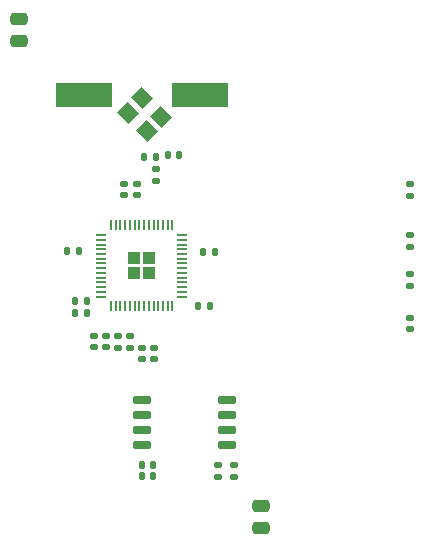
<source format=gtp>
G04 #@! TF.GenerationSoftware,KiCad,Pcbnew,(7.0.0)*
G04 #@! TF.CreationDate,2023-06-29T21:02:47+10:00*
G04 #@! TF.ProjectId,RP2040_minimal,52503230-3430-45f6-9d69-6e696d616c2e,REV1*
G04 #@! TF.SameCoordinates,Original*
G04 #@! TF.FileFunction,Paste,Top*
G04 #@! TF.FilePolarity,Positive*
%FSLAX46Y46*%
G04 Gerber Fmt 4.6, Leading zero omitted, Abs format (unit mm)*
G04 Created by KiCad (PCBNEW (7.0.0)) date 2023-06-29 21:02:47*
%MOMM*%
%LPD*%
G01*
G04 APERTURE LIST*
G04 Aperture macros list*
%AMRoundRect*
0 Rectangle with rounded corners*
0 $1 Rounding radius*
0 $2 $3 $4 $5 $6 $7 $8 $9 X,Y pos of 4 corners*
0 Add a 4 corners polygon primitive as box body*
4,1,4,$2,$3,$4,$5,$6,$7,$8,$9,$2,$3,0*
0 Add four circle primitives for the rounded corners*
1,1,$1+$1,$2,$3*
1,1,$1+$1,$4,$5*
1,1,$1+$1,$6,$7*
1,1,$1+$1,$8,$9*
0 Add four rect primitives between the rounded corners*
20,1,$1+$1,$2,$3,$4,$5,0*
20,1,$1+$1,$4,$5,$6,$7,0*
20,1,$1+$1,$6,$7,$8,$9,0*
20,1,$1+$1,$8,$9,$2,$3,0*%
%AMRotRect*
0 Rectangle, with rotation*
0 The origin of the aperture is its center*
0 $1 length*
0 $2 width*
0 $3 Rotation angle, in degrees counterclockwise*
0 Add horizontal line*
21,1,$1,$2,0,0,$3*%
G04 Aperture macros list end*
%ADD10RoundRect,0.140000X-0.140000X-0.170000X0.140000X-0.170000X0.140000X0.170000X-0.140000X0.170000X0*%
%ADD11RoundRect,0.250000X0.475000X-0.250000X0.475000X0.250000X-0.475000X0.250000X-0.475000X-0.250000X0*%
%ADD12RoundRect,0.135000X0.185000X-0.135000X0.185000X0.135000X-0.185000X0.135000X-0.185000X-0.135000X0*%
%ADD13RoundRect,0.140000X0.140000X0.170000X-0.140000X0.170000X-0.140000X-0.170000X0.140000X-0.170000X0*%
%ADD14RoundRect,0.140000X-0.170000X0.140000X-0.170000X-0.140000X0.170000X-0.140000X0.170000X0.140000X0*%
%ADD15RoundRect,0.150000X0.650000X0.150000X-0.650000X0.150000X-0.650000X-0.150000X0.650000X-0.150000X0*%
%ADD16RoundRect,0.135000X-0.185000X0.135000X-0.185000X-0.135000X0.185000X-0.135000X0.185000X0.135000X0*%
%ADD17RoundRect,0.140000X0.170000X-0.140000X0.170000X0.140000X-0.170000X0.140000X-0.170000X-0.140000X0*%
%ADD18RoundRect,0.250000X0.292217X0.292217X-0.292217X0.292217X-0.292217X-0.292217X0.292217X-0.292217X0*%
%ADD19RoundRect,0.050000X0.387500X0.050000X-0.387500X0.050000X-0.387500X-0.050000X0.387500X-0.050000X0*%
%ADD20RoundRect,0.050000X0.050000X0.387500X-0.050000X0.387500X-0.050000X-0.387500X0.050000X-0.387500X0*%
%ADD21R,4.760000X2.100000*%
%ADD22RotRect,1.200000X1.400000X45.000000*%
G04 APERTURE END LIST*
D10*
X160020000Y-118200000D03*
X160980000Y-118200000D03*
D11*
X170100000Y-122600000D03*
X170100000Y-120700000D03*
D12*
X182700000Y-98810000D03*
X182700000Y-97790000D03*
X182700000Y-94490000D03*
X182700000Y-93470000D03*
D13*
X154400000Y-104400000D03*
X155360000Y-104400000D03*
D14*
X156020000Y-107290000D03*
X156020000Y-106330000D03*
X157020000Y-107290000D03*
X157020000Y-106330000D03*
D10*
X165235000Y-99200000D03*
X166195000Y-99200000D03*
X160020000Y-117270000D03*
X160980000Y-117270000D03*
D12*
X167800000Y-118240000D03*
X167800000Y-117220000D03*
D15*
X167220000Y-115570000D03*
X167220000Y-114300000D03*
X167220000Y-113030000D03*
X167220000Y-111760000D03*
X160020000Y-111760000D03*
X160020000Y-113030000D03*
X160020000Y-114300000D03*
X160020000Y-115570000D03*
D13*
X161200000Y-91200000D03*
X160240000Y-91200000D03*
D16*
X166500000Y-117220000D03*
X166500000Y-118240000D03*
D14*
X160020000Y-108290000D03*
X160020000Y-107330000D03*
D13*
X154695000Y-99100000D03*
X153735000Y-99100000D03*
D17*
X159600000Y-94400000D03*
X159600000Y-93440000D03*
D12*
X159020000Y-106330000D03*
X159020000Y-107350000D03*
D17*
X158500000Y-94400000D03*
X158500000Y-93440000D03*
D10*
X164820000Y-103800000D03*
X165780000Y-103800000D03*
D18*
X160657500Y-101037500D03*
X160657500Y-99762500D03*
X159382500Y-101037500D03*
X159382500Y-99762500D03*
D19*
X163457500Y-103000000D03*
X163457500Y-102600000D03*
X163457500Y-102200000D03*
X163457500Y-101800000D03*
X163457500Y-101400000D03*
X163457500Y-101000000D03*
X163457500Y-100600000D03*
X163457500Y-100200000D03*
X163457500Y-99800000D03*
X163457500Y-99400000D03*
X163457500Y-99000000D03*
X163457500Y-98600000D03*
X163457500Y-98200000D03*
X163457500Y-97800000D03*
D20*
X162620000Y-96962500D03*
X162220000Y-96962500D03*
X161820000Y-96962500D03*
X161420000Y-96962500D03*
X161020000Y-96962500D03*
X160620000Y-96962500D03*
X160220000Y-96962500D03*
X159820000Y-96962500D03*
X159420000Y-96962500D03*
X159020000Y-96962500D03*
X158620000Y-96962500D03*
X158220000Y-96962500D03*
X157820000Y-96962500D03*
X157420000Y-96962500D03*
D19*
X156582500Y-97800000D03*
X156582500Y-98200000D03*
X156582500Y-98600000D03*
X156582500Y-99000000D03*
X156582500Y-99400000D03*
X156582500Y-99800000D03*
X156582500Y-100200000D03*
X156582500Y-100600000D03*
X156582500Y-101000000D03*
X156582500Y-101400000D03*
X156582500Y-101800000D03*
X156582500Y-102200000D03*
X156582500Y-102600000D03*
X156582500Y-103000000D03*
D20*
X157420000Y-103837500D03*
X157820000Y-103837500D03*
X158220000Y-103837500D03*
X158620000Y-103837500D03*
X159020000Y-103837500D03*
X159420000Y-103837500D03*
X159820000Y-103837500D03*
X160220000Y-103837500D03*
X160620000Y-103837500D03*
X161020000Y-103837500D03*
X161420000Y-103837500D03*
X161820000Y-103837500D03*
X162220000Y-103837500D03*
X162620000Y-103837500D03*
D10*
X162240000Y-91000000D03*
X163200000Y-91000000D03*
D12*
X158020000Y-107330000D03*
X158020000Y-106310000D03*
D14*
X161020000Y-107330000D03*
X161020000Y-108290000D03*
D13*
X155360000Y-103400000D03*
X154400000Y-103400000D03*
D12*
X161200000Y-93220000D03*
X161200000Y-92200000D03*
D21*
X164939999Y-85965999D03*
X155099999Y-85965999D03*
D11*
X149600000Y-79500000D03*
X149600000Y-81400000D03*
D22*
X158881141Y-87423222D03*
X160436776Y-88978857D03*
X161638857Y-87776776D03*
X160083222Y-86221141D03*
D14*
X182700000Y-105735000D03*
X182700000Y-104775000D03*
X182700000Y-101120000D03*
X182700000Y-102080000D03*
M02*

</source>
